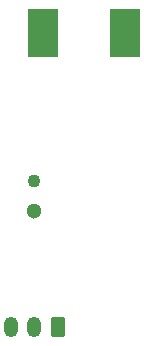
<source format=gbr>
%TF.GenerationSoftware,KiCad,Pcbnew,(6.0.7)*%
%TF.CreationDate,2023-08-04T14:01:42+02:00*%
%TF.ProjectId,SFH203_photodetector,53464832-3033-45f7-9068-6f746f646574,2.2.1*%
%TF.SameCoordinates,Original*%
%TF.FileFunction,Soldermask,Bot*%
%TF.FilePolarity,Negative*%
%FSLAX46Y46*%
G04 Gerber Fmt 4.6, Leading zero omitted, Abs format (unit mm)*
G04 Created by KiCad (PCBNEW (6.0.7)) date 2023-08-04 14:01:42*
%MOMM*%
%LPD*%
G01*
G04 APERTURE LIST*
G04 Aperture macros list*
%AMRoundRect*
0 Rectangle with rounded corners*
0 $1 Rounding radius*
0 $2 $3 $4 $5 $6 $7 $8 $9 X,Y pos of 4 corners*
0 Add a 4 corners polygon primitive as box body*
4,1,4,$2,$3,$4,$5,$6,$7,$8,$9,$2,$3,0*
0 Add four circle primitives for the rounded corners*
1,1,$1+$1,$2,$3*
1,1,$1+$1,$4,$5*
1,1,$1+$1,$6,$7*
1,1,$1+$1,$8,$9*
0 Add four rect primitives between the rounded corners*
20,1,$1+$1,$2,$3,$4,$5,0*
20,1,$1+$1,$4,$5,$6,$7,0*
20,1,$1+$1,$6,$7,$8,$9,0*
20,1,$1+$1,$8,$9,$2,$3,0*%
G04 Aperture macros list end*
%ADD10RoundRect,0.250000X0.350000X0.625000X-0.350000X0.625000X-0.350000X-0.625000X0.350000X-0.625000X0*%
%ADD11O,1.200000X1.750000*%
%ADD12R,2.665000X4.190000*%
%ADD13C,1.300000*%
%ADD14C,1.100000*%
G04 APERTURE END LIST*
D10*
%TO.C,J1*%
X199000000Y-118100000D03*
D11*
X197000000Y-118100000D03*
X195000000Y-118100000D03*
%TD*%
D12*
%TO.C,J4*%
X197707500Y-93135000D03*
X204692500Y-93135000D03*
%TD*%
D13*
%TO.C,D1*%
X196992500Y-108270000D03*
D14*
X196992500Y-105710000D03*
%TD*%
M02*

</source>
